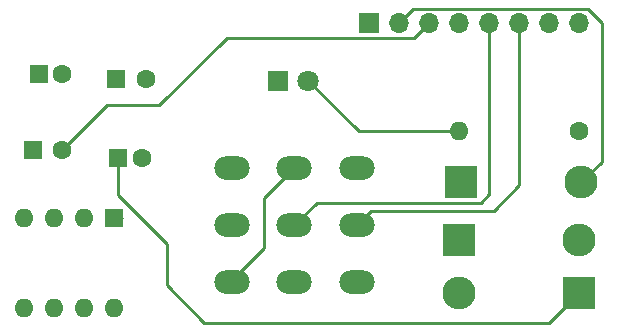
<source format=gbr>
G04 #@! TF.GenerationSoftware,KiCad,Pcbnew,7.0.11+dfsg-1build4*
G04 #@! TF.CreationDate,2026-01-28T22:33:10-05:00*
G04 #@! TF.ProjectId,stomp-chargepump,73746f6d-702d-4636-9861-72676570756d,rev?*
G04 #@! TF.SameCoordinates,Original*
G04 #@! TF.FileFunction,Copper,L2,Bot*
G04 #@! TF.FilePolarity,Positive*
%FSLAX46Y46*%
G04 Gerber Fmt 4.6, Leading zero omitted, Abs format (unit mm)*
G04 Created by KiCad (PCBNEW 7.0.11+dfsg-1build4) date 2026-01-28 22:33:10*
%MOMM*%
%LPD*%
G01*
G04 APERTURE LIST*
G04 #@! TA.AperFunction,ComponentPad*
%ADD10R,1.600000X1.600000*%
G04 #@! TD*
G04 #@! TA.AperFunction,ComponentPad*
%ADD11C,1.600000*%
G04 #@! TD*
G04 #@! TA.AperFunction,ComponentPad*
%ADD12O,1.600000X1.600000*%
G04 #@! TD*
G04 #@! TA.AperFunction,ComponentPad*
%ADD13R,2.800000X2.800000*%
G04 #@! TD*
G04 #@! TA.AperFunction,ComponentPad*
%ADD14O,2.800000X2.800000*%
G04 #@! TD*
G04 #@! TA.AperFunction,ComponentPad*
%ADD15R,1.800000X1.800000*%
G04 #@! TD*
G04 #@! TA.AperFunction,ComponentPad*
%ADD16C,1.800000*%
G04 #@! TD*
G04 #@! TA.AperFunction,ComponentPad*
%ADD17O,3.000000X2.000000*%
G04 #@! TD*
G04 #@! TA.AperFunction,ComponentPad*
%ADD18R,1.700000X1.700000*%
G04 #@! TD*
G04 #@! TA.AperFunction,ComponentPad*
%ADD19O,1.700000X1.700000*%
G04 #@! TD*
G04 #@! TA.AperFunction,Conductor*
%ADD20C,0.250000*%
G04 #@! TD*
G04 APERTURE END LIST*
D10*
X110000000Y-75300000D03*
D11*
X112500000Y-75300000D03*
D10*
X109845000Y-87005000D03*
D12*
X107305000Y-87005000D03*
X104765000Y-87005000D03*
X102225000Y-87005000D03*
X102225000Y-94625000D03*
X104765000Y-94625000D03*
X107305000Y-94625000D03*
X109845000Y-94625000D03*
D13*
X149225000Y-93345000D03*
D14*
X139065000Y-93345000D03*
D10*
X110169888Y-81915000D03*
D11*
X112169888Y-81915000D03*
D10*
X102957621Y-81280000D03*
D11*
X105457621Y-81280000D03*
D15*
X123725000Y-75400000D03*
D16*
X126265000Y-75400000D03*
D13*
X139065000Y-88900000D03*
D14*
X149225000Y-88900000D03*
D10*
X103444888Y-74800000D03*
D11*
X105444888Y-74800000D03*
D13*
X139220000Y-84000000D03*
D14*
X149380000Y-84000000D03*
D11*
X149225000Y-79700000D03*
D12*
X139065000Y-79700000D03*
D17*
X119796560Y-82831940D03*
X119796560Y-87630000D03*
X119796560Y-92428060D03*
X125095000Y-82831940D03*
X125095000Y-87630000D03*
X125095000Y-92428060D03*
X130393440Y-82831940D03*
X130393440Y-87630000D03*
X130393440Y-92428060D03*
D18*
X131460000Y-70485000D03*
D19*
X134000000Y-70485000D03*
X136540000Y-70485000D03*
X139080000Y-70485000D03*
X141620000Y-70485000D03*
X144160000Y-70485000D03*
X146700000Y-70485000D03*
X149240000Y-70485000D03*
D20*
X130393440Y-87630000D02*
X131623440Y-86400000D01*
X142000000Y-86400000D02*
X144160000Y-84240000D01*
X131623440Y-86400000D02*
X142000000Y-86400000D01*
X144160000Y-84240000D02*
X144160000Y-70485000D01*
X119796560Y-92428060D02*
X119796560Y-92293440D01*
X122555000Y-89535000D02*
X122555000Y-85371940D01*
X119796560Y-92293440D02*
X122555000Y-89535000D01*
X122555000Y-85371940D02*
X125095000Y-82831940D01*
X139065000Y-79700000D02*
X130565000Y-79700000D01*
X130565000Y-79700000D02*
X126265000Y-75400000D01*
X125095000Y-87630000D02*
X127000000Y-85725000D01*
X127000000Y-85725000D02*
X140875000Y-85725000D01*
X140875000Y-85725000D02*
X141620000Y-84980000D01*
X141620000Y-84980000D02*
X141620000Y-70485000D01*
X149380000Y-84000000D02*
X151130000Y-82250000D01*
X151130000Y-82250000D02*
X151130000Y-70485000D01*
X151130000Y-70485000D02*
X149955489Y-69310489D01*
X135174511Y-69310489D02*
X134000000Y-70485000D01*
X149955489Y-69310489D02*
X135174511Y-69310489D01*
X110169888Y-85080866D02*
X114300000Y-89210978D01*
X114300000Y-92710000D02*
X117475000Y-95885000D01*
X117475000Y-95885000D02*
X146685000Y-95885000D01*
X110169888Y-81915000D02*
X110169888Y-85080866D01*
X114300000Y-89210978D02*
X114300000Y-92710000D01*
X146685000Y-95885000D02*
X149225000Y-93345000D01*
X109267621Y-77470000D02*
X113665000Y-77470000D01*
X119380000Y-71755000D02*
X135270000Y-71755000D01*
X113665000Y-77470000D02*
X119380000Y-71755000D01*
X135270000Y-71755000D02*
X136540000Y-70485000D01*
X105457621Y-81280000D02*
X109267621Y-77470000D01*
X109845000Y-87005000D02*
X110480000Y-87005000D01*
X110480000Y-87005000D02*
X110490000Y-86995000D01*
M02*

</source>
